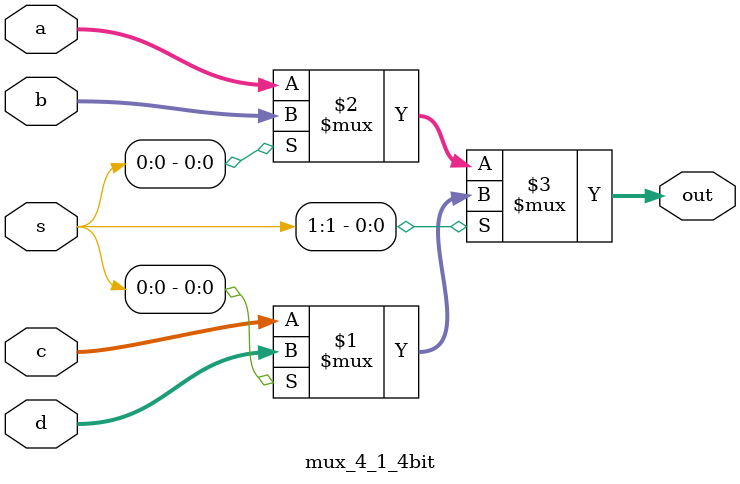
<source format=v>
`timescale 1ns / 1ps
`ifndef mux_4_1_4bit
`define mux_4_1_4bit

module mux_4_1_4bit(

	input [3:0]a, b, c, d,
	input [1:0]s,
	output [3:0]out
	
	);

	assign out = s[1] ? (s[0] ? d : c) : (s[0] ? b : a);

endmodule


`endif 

</source>
